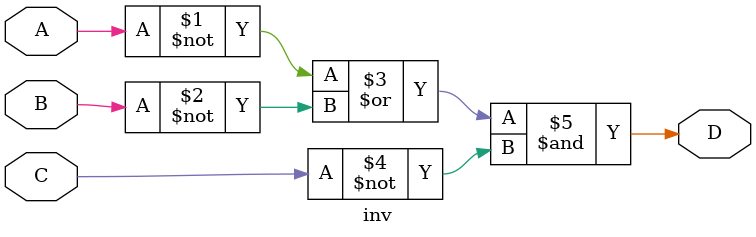
<source format=v>
`timescale 1ns / 1ps

module inv(
    input A,
    input B,
    input C,
    output D
    );
    
    assign D = ( (~A)|(~B) ) & (~C);
    
endmodule
</source>
